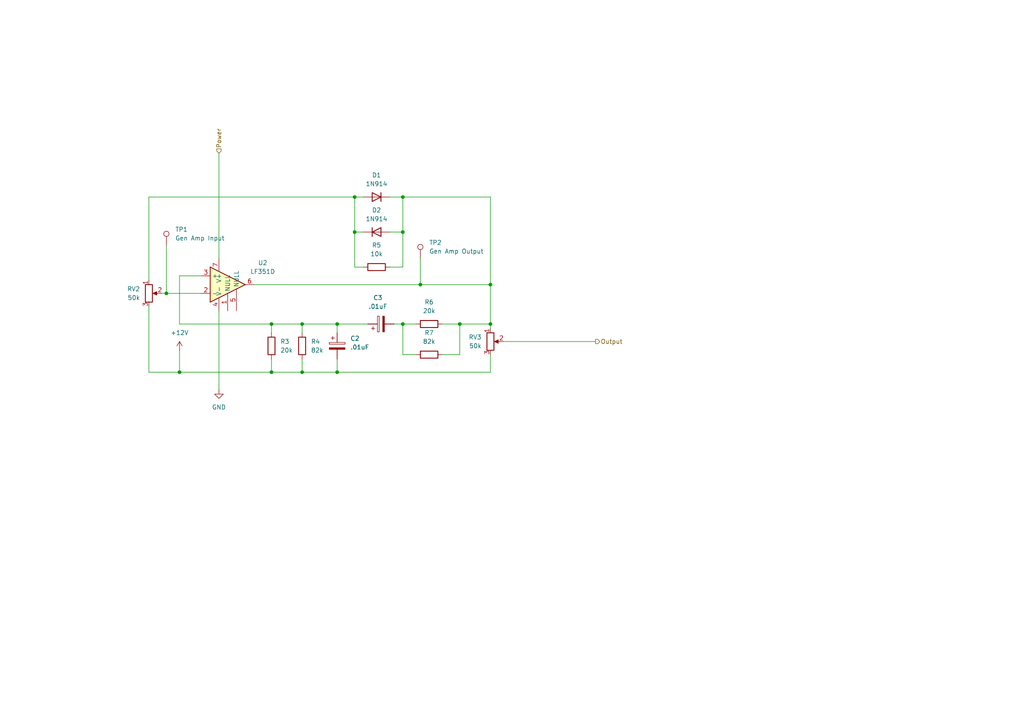
<source format=kicad_sch>
(kicad_sch (version 20231120) (generator "eeschema") (generator_version "8.0")
  (paper "A4")
  (lib_symbols
    (symbol "Amplifier_Operational:LF351D"
      (property "Reference" "U" (at 0 6.35 0))
      (property "Value" "LF351D" (at 0 3.81 0))
      (symbol "LF351D_0_1"
        (polyline (pts (xy -5.08 5.08) (xy 5.08 0) (xy -5.08 -5.08) (xy -5.08 5.08)) (stroke (width 0.254)) (fill (type background)))
      )
      (symbol "LF351D_1_1"
        (pin input line (at 0 -7.62 90) (length 5.08) (name "NULL") (number "1"))
        (pin input line (at -7.62 -2.54 0) (length 2.54) (name "-") (number "2"))
        (pin input line (at -7.62 2.54 0) (length 2.54) (name "+") (number "3"))
        (pin power_in line (at -2.54 -7.62 90) (length 3.81) (name "V-") (number "4"))
        (pin input line (at 2.54 -7.62 90) (length 6.35) (name "NULL") (number "5"))
        (pin output line (at 7.62 0 180) (length 2.54) (name "~") (number "6"))
        (pin power_in line (at -2.54 7.62 270) (length 3.81) (name "V+") (number "7"))
        (pin no_connect line (at 0 2.54 270) (length 2.54) hide (name "NC") (number "8"))
      )
    )
    (symbol "Connector:TestPoint" (pin_numbers hide) (pin_names (offset 0.762) hide)
      (property "Reference" "TP" (at 0 6.858 0))
      (property "Value" "TestPoint" (at 0 5.08 0))
      (symbol "TestPoint_0_1"
        (circle (center 0 3.302) (radius 0.762))
      )
      (symbol "TestPoint_1_1"
        (pin passive line (at 0 0 90) (length 2.54) (name "1") (number "1"))
      )
    )
    (symbol "Device:C_Polarized" (pin_numbers hide) (pin_names (offset 0.254))
      (property "Reference" "C" (at 0.635 2.54 0))
      (property "Value" "C_Polarized" (at 0.635 -2.54 0))
      (symbol "C_Polarized_0_1"
        (rectangle (start -2.286 0.508) (end 2.286 1.016))
        (polyline (pts (xy -1.778 2.286) (xy -0.762 2.286)))
        (polyline (pts (xy -1.27 2.794) (xy -1.27 1.778)))
        (rectangle (start 2.286 -0.508) (end -2.286 -1.016) (fill (type outline)))
      )
      (symbol "C_Polarized_1_1"
        (pin passive line (at 0 3.81 270) (length 2.794) (name "~") (number "1"))
        (pin passive line (at 0 -3.81 90) (length 2.794) (name "~") (number "2"))
      )
    )
    (symbol "Device:D" (pin_numbers hide) (pin_names (offset 1.016) hide)
      (property "Reference" "D" (at 0 2.54 0))
      (property "Value" "D" (at 0 -2.54 0))
      (symbol "D_0_1"
        (polyline (pts (xy -1.27 1.27) (xy -1.27 -1.27)) (stroke (width 0.254)))
        (polyline (pts (xy 1.27 0) (xy -1.27 0)))
        (polyline (pts (xy 1.27 1.27) (xy 1.27 -1.27) (xy -1.27 0) (xy 1.27 1.27)) (stroke (width 0.254)))
      )
      (symbol "D_1_1"
        (pin passive line (at -3.81 0 0) (length 2.54) (name "K") (number "1"))
        (pin passive line (at 3.81 0 180) (length 2.54) (name "A") (number "2"))
      )
    )
    (symbol "Device:R" (pin_numbers hide) (pin_names (offset 0))
      (property "Reference" "R" (at 2.032 0 90))
      (property "Value" "R" (at 0 0 90))
      (symbol "R_0_1"
        (rectangle (start -1.016 -2.54) (end 1.016 2.54) (stroke (width 0.254)))
      )
      (symbol "R_1_1"
        (pin passive line (at 0 3.81 270) (length 1.27) (name "~") (number "1"))
        (pin passive line (at 0 -3.81 90) (length 1.27) (name "~") (number "2"))
      )
    )
    (symbol "Device:R_Potentiometer" (pin_names (offset 1.016) hide)
      (property "Reference" "RV" (at -4.445 0 90))
      (property "Value" "R_Potentiometer" (at -2.54 0 90))
      (symbol "R_Potentiometer_0_1"
        (polyline (pts (xy 2.54 0) (xy 1.524 0)))
        (polyline (pts (xy 1.143 0) (xy 2.286 0.508) (xy 2.286 -0.508) (xy 1.143 0)) (fill (type outline)))
        (rectangle (start 1.016 2.54) (end -1.016 -2.54) (stroke (width 0.254)))
      )
      (symbol "R_Potentiometer_1_1"
        (pin passive line (at 0 3.81 270) (length 1.27) (name "1") (number "1"))
        (pin passive line (at 3.81 0 180) (length 1.27) (name "2") (number "2"))
        (pin passive line (at 0 -3.81 90) (length 1.27) (name "3") (number "3"))
      )
    )
    (symbol "power:+12V" (power) (pin_numbers hide) (pin_names (offset 0) hide)
      (property "Value" "+12V" (at 0 3.556 0))
      (symbol "+12V_0_1"
        (polyline (pts (xy -0.762 1.27) (xy 0 2.54)))
        (polyline (pts (xy 0 0) (xy 0 2.54)))
        (polyline (pts (xy 0 2.54) (xy 0.762 1.27)))
      )
      (symbol "+12V_1_1"
        (pin power_in line (at 0 0 90) (length 0) (name "~") (number "1"))
      )
    )
    (symbol "power:GND" (power) (pin_numbers hide) (pin_names (offset 0) hide)
      (property "Value" "GND" (at 0 -3.81 0))
      (symbol "GND_0_1"
        (polyline (pts (xy 0 0) (xy 0 -1.27) (xy 1.27 -1.27) (xy 0 -2.54) (xy -1.27 -1.27) (xy 0 -1.27)))
      )
      (symbol "GND_1_1"
        (pin power_in line (at 0 0 270) (length 0) (name "~") (number "1"))
      )
    )
  )
  (junction (at 78.74 107.95))
  (junction (at 87.63 93.98))
  (junction (at 142.24 93.98))
  (junction (at 121.92 82.55))
  (junction (at 102.87 57.15))
  (junction (at 116.84 57.15))
  (junction (at 48.26 85.09))
  (junction (at 97.79 93.98))
  (junction (at 52.07 107.95))
  (junction (at 102.87 67.31))
  (junction (at 116.84 93.98))
  (junction (at 78.74 93.98))
  (junction (at 133.35 93.98))
  (junction (at 142.24 82.55))
  (junction (at 87.63 107.95))
  (junction (at 116.84 67.31))
  (junction (at 97.79 107.95))
  (wire (pts (xy 113.03 77.47) (xy 116.84 77.47)))
  (wire (pts (xy 142.24 57.15) (xy 116.84 57.15)))
  (wire (pts (xy 48.26 71.12) (xy 48.26 85.09)))
  (wire (pts (xy 52.07 107.95) (xy 78.74 107.95)))
  (wire (pts (xy 97.79 107.95) (xy 87.63 107.95)))
  (wire (pts (xy 142.24 102.87) (xy 142.24 107.95)))
  (wire (pts (xy 58.42 80.01) (xy 52.07 80.01)))
  (wire (pts (xy 133.35 102.87) (xy 133.35 93.98)))
  (wire (pts (xy 48.26 85.09) (xy 58.42 85.09)))
  (wire (pts (xy 63.5 44.45) (xy 63.5 74.93)))
  (wire (pts (xy 43.18 88.9) (xy 43.18 107.95)))
  (wire (pts (xy 142.24 95.25) (xy 142.24 93.98)))
  (wire (pts (xy 116.84 77.47) (xy 116.84 67.31)))
  (wire (pts (xy 116.84 102.87) (xy 116.84 93.98)))
  (wire (pts (xy 142.24 82.55) (xy 142.24 93.98)))
  (wire (pts (xy 73.66 82.55) (xy 121.92 82.55)))
  (wire (pts (xy 43.18 81.28) (xy 43.18 57.15)))
  (wire (pts (xy 52.07 101.6) (xy 52.07 107.95)))
  (wire (pts (xy 43.18 57.15) (xy 102.87 57.15)))
  (wire (pts (xy 142.24 82.55) (xy 142.24 57.15)))
  (wire (pts (xy 87.63 93.98) (xy 97.79 93.98)))
  (wire (pts (xy 105.41 67.31) (xy 102.87 67.31)))
  (wire (pts (xy 102.87 77.47) (xy 102.87 67.31)))
  (wire (pts (xy 63.5 90.17) (xy 63.5 113.03)))
  (wire (pts (xy 116.84 67.31) (xy 116.84 57.15)))
  (wire (pts (xy 87.63 104.14) (xy 87.63 107.95)))
  (wire (pts (xy 102.87 57.15) (xy 105.41 57.15)))
  (wire (pts (xy 116.84 57.15) (xy 113.03 57.15)))
  (wire (pts (xy 97.79 93.98) (xy 106.68 93.98)))
  (wire (pts (xy 142.24 107.95) (xy 97.79 107.95)))
  (wire (pts (xy 114.3 93.98) (xy 116.84 93.98)))
  (wire (pts (xy 133.35 93.98) (xy 128.27 93.98)))
  (wire (pts (xy 78.74 107.95) (xy 78.74 104.14)))
  (wire (pts (xy 102.87 67.31) (xy 102.87 57.15)))
  (wire (pts (xy 46.99 85.09) (xy 48.26 85.09)))
  (wire (pts (xy 113.03 67.31) (xy 116.84 67.31)))
  (wire (pts (xy 120.65 102.87) (xy 116.84 102.87)))
  (wire (pts (xy 105.41 77.47) (xy 102.87 77.47)))
  (wire (pts (xy 87.63 107.95) (xy 78.74 107.95)))
  (wire (pts (xy 97.79 93.98) (xy 97.79 96.52)))
  (wire (pts (xy 78.74 93.98) (xy 87.63 93.98)))
  (wire (pts (xy 52.07 93.98) (xy 78.74 93.98)))
  (wire (pts (xy 97.79 104.14) (xy 97.79 107.95)))
  (wire (pts (xy 121.92 82.55) (xy 142.24 82.55)))
  (wire (pts (xy 87.63 93.98) (xy 87.63 96.52)))
  (wire (pts (xy 142.24 93.98) (xy 133.35 93.98)))
  (wire (pts (xy 52.07 80.01) (xy 52.07 93.98)))
  (wire (pts (xy 128.27 102.87) (xy 133.35 102.87)))
  (wire (pts (xy 78.74 93.98) (xy 78.74 96.52)))
  (wire (pts (xy 146.05 99.06) (xy 172.72 99.06)))
  (wire (pts (xy 121.92 74.93) (xy 121.92 82.55)))
  (wire (pts (xy 116.84 93.98) (xy 120.65 93.98)))
  (wire (pts (xy 43.18 107.95) (xy 52.07 107.95)))
  (hierarchical_label "Power" (shape input) (at 63.5 44.45 90))
  (hierarchical_label "Output" (shape output) (at 172.72 99.06 0))
  (symbol (lib_id "power:GND") (at 63.5 113.03 0) (unit 1)
    (property "Reference" "#PWR05" (effects (hide yes)))
    (property "Value" "GND" (at 63.5 118.11 0))
    (property "Description" "Power symbol creates a global label with name \"GND\" , ground" (effects (hide yes)))
  )
  (symbol (lib_id "power:+12V") (at 52.07 101.6 0) (unit 1)
    (property "Reference" "#PWR04" (effects (hide yes)))
    (property "Value" "+12V" (at 52.07 96.52 0))
    (property "Description" "Power symbol creates a global label with name \"+12V\"" (effects (hide yes)))
  )
  (symbol (lib_id "Device:D") (at 109.22 67.31 0) (unit 1)
    (property "Reference" "D2" (at 109.22 60.96 0))
    (property "Value" "1N914" (at 109.22 63.5 0))
    (property "Footprint" "Diode_THT:D_DO-35_SOD27_P10.16mm_Horizontal" (effects (hide yes)))
    (property "Description" "Diode" (effects (hide yes)))
    (property "Sim.Device" "D" (effects (hide yes)))
    (property "Sim.Pins" "1=K 2=A" (effects (hide yes)))
  )
  (symbol (lib_id "Device:R_Potentiometer") (at 43.18 85.09 0) (unit 1)
    (property "Reference" "RV2" (at 40.64 83.8199 0) (effects (justify right)))
    (property "Value" "50k" (at 40.64 86.3599 0) (effects (justify right)))
    (property "Footprint" "Potentiometer_THT:Potentiometer_Alps_RK163_Single_Horizontal" (effects (hide yes)))
    (property "Description" "Potentiometer" (effects (hide yes)))
  )
  (symbol (lib_id "Device:R") (at 87.63 100.33 0) (unit 1)
    (property "Reference" "R4" (at 90.17 99.0599 0) (effects (justify left)))
    (property "Value" "82k" (at 90.17 101.5999 0) (effects (justify left)))
    (property "Footprint" "Resistor_SMD:R_1206_3216Metric_Pad1.30x1.75mm_HandSolder" (effects (hide yes)))
    (property "Description" "Resistor" (effects (hide yes)))
  )
  (symbol (lib_id "Amplifier_Operational:LF351D") (at 66.04 82.55 0) (unit 1)
    (property "Reference" "U2" (at 76.2 76.2314 0))
    (property "Value" "LF351D" (at 76.2 78.7714 0))
    (property "Footprint" "Package_SO:SOIC-8_3.9x4.9mm_P1.27mm" (effects (hide yes)))
    (property "Datasheet" "https://www.st.com/resource/en/datasheet/lf351.pdf" (effects (hide yes)))
    (property "Description" "Wide bandwidth single JFET operational amplifier, SOIC-8" (effects (hide yes)))
  )
  (symbol (lib_id "Device:C_Polarized") (at 97.79 100.33 0) (unit 1)
    (property "Reference" "C2" (at 101.6 98.1709 0) (effects (justify left)))
    (property "Value" ".01uF" (at 101.6 100.7109 0) (effects (justify left)))
    (property "Footprint" "Capacitor_SMD:C_0805_2012Metric_Pad1.18x1.45mm_HandSolder" (effects (hide yes)))
    (property "Description" "Polarized capacitor" (effects (hide yes)))
  )
  (symbol (lib_id "Connector:TestPoint") (at 121.92 74.93 0) (unit 1)
    (property "Reference" "TP2" (at 124.46 70.3579 0) (effects (justify left)))
    (property "Value" "Gen Amp Output" (at 124.46 72.8979 0) (effects (justify left)))
    (property "Footprint" "TestPoint:TestPoint_Loop_D2.50mm_Drill1.0mm" (effects (hide yes)))
    (property "Description" "test point" (effects (hide yes)))
  )
  (symbol (lib_id "Device:R") (at 124.46 93.98 270) (unit 1)
    (property "Reference" "R6" (at 124.46 87.63 90))
    (property "Value" "20k" (at 124.46 90.17 90))
    (property "Footprint" "Resistor_SMD:R_1206_3216Metric_Pad1.30x1.75mm_HandSolder" (effects (hide yes)))
    (property "Description" "Resistor" (effects (hide yes)))
  )
  (symbol (lib_id "Device:D") (at 109.22 57.15 180) (unit 1)
    (property "Reference" "D1" (at 109.22 50.8 0))
    (property "Value" "1N914" (at 109.22 53.34 0))
    (property "Footprint" "Diode_THT:D_DO-35_SOD27_P10.16mm_Horizontal" (effects (hide yes)))
    (property "Description" "Diode" (effects (hide yes)))
    (property "Sim.Device" "D" (effects (hide yes)))
    (property "Sim.Pins" "1=K 2=A" (effects (hide yes)))
  )
  (symbol (lib_id "Device:C_Polarized") (at 110.49 93.98 90) (unit 1)
    (property "Reference" "C3" (at 109.601 86.36 90))
    (property "Value" ".01uF" (at 109.601 88.9 90))
    (property "Footprint" "Capacitor_SMD:C_0805_2012Metric_Pad1.18x1.45mm_HandSolder" (effects (hide yes)))
    (property "Description" "Polarized capacitor" (effects (hide yes)))
  )
  (symbol (lib_id "Device:R") (at 78.74 100.33 0) (unit 1)
    (property "Reference" "R3" (at 81.28 99.0599 0) (effects (justify left)))
    (property "Value" "20k" (at 81.28 101.5999 0) (effects (justify left)))
    (property "Footprint" "Resistor_SMD:R_1206_3216Metric_Pad1.30x1.75mm_HandSolder" (effects (hide yes)))
    (property "Description" "Resistor" (effects (hide yes)))
  )
  (symbol (lib_id "Device:R_Potentiometer") (at 142.24 99.06 0) (unit 1)
    (property "Reference" "RV3" (at 139.7 97.7899 0) (effects (justify right)))
    (property "Value" "50k" (at 139.7 100.3299 0) (effects (justify right)))
    (property "Footprint" "Potentiometer_THT:Potentiometer_Alps_RK163_Single_Horizontal" (effects (hide yes)))
    (property "Description" "Potentiometer" (effects (hide yes)))
  )
  (symbol (lib_id "Connector:TestPoint") (at 48.26 71.12 0) (unit 1)
    (property "Reference" "TP1" (at 50.8 66.5479 0) (effects (justify left)))
    (property "Value" "Gen Amp Input" (at 50.8 69.0879 0) (effects (justify left)))
    (property "Footprint" "TestPoint:TestPoint_Loop_D2.50mm_Drill1.0mm" (effects (hide yes)))
    (property "Description" "test point" (effects (hide yes)))
  )
  (symbol (lib_id "Device:R") (at 109.22 77.47 90) (unit 1)
    (property "Reference" "R5" (at 109.22 71.12 90))
    (property "Value" "10k" (at 109.22 73.66 90))
    (property "Footprint" "Resistor_SMD:R_1206_3216Metric_Pad1.30x1.75mm_HandSolder" (effects (hide yes)))
    (property "Description" "Resistor" (effects (hide yes)))
  )
  (symbol (lib_id "Device:R") (at 124.46 102.87 90) (unit 1)
    (property "Reference" "R7" (at 124.46 96.52 90))
    (property "Value" "82k" (at 124.46 99.06 90))
    (property "Footprint" "Resistor_SMD:R_1206_3216Metric_Pad1.30x1.75mm_HandSolder" (effects (hide yes)))
    (property "Description" "Resistor" (effects (hide yes)))
  )
)
</source>
